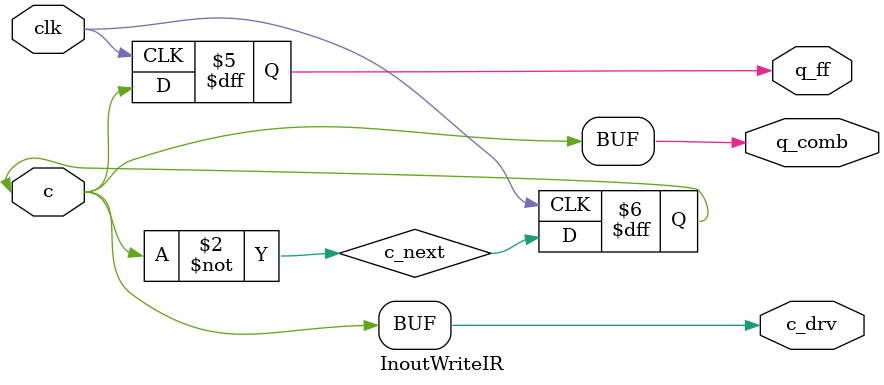
<source format=sv>

module InoutWriteIR
    (inout wire c,
     input logic clk,
     output logic q_comb,
     output logic q_ff,
     output logic c_drv);
  logic c_next;

  assign c = c_drv;
  always_comb
    c_next = ~c;
  always_comb
    q_comb = c;

  always_ff @(posedge clk) begin
    q_ff <= c;
    c_drv <= c_next;
  end

  // CHECK-LABEL: hw.module @InoutWriteIR
  // CHECK: %[[CVAL:.*]] = llhd.prb %c : i1
  // CHECK: llhd.drv %c, %[[CVAL]] after %
endmodule

</source>
